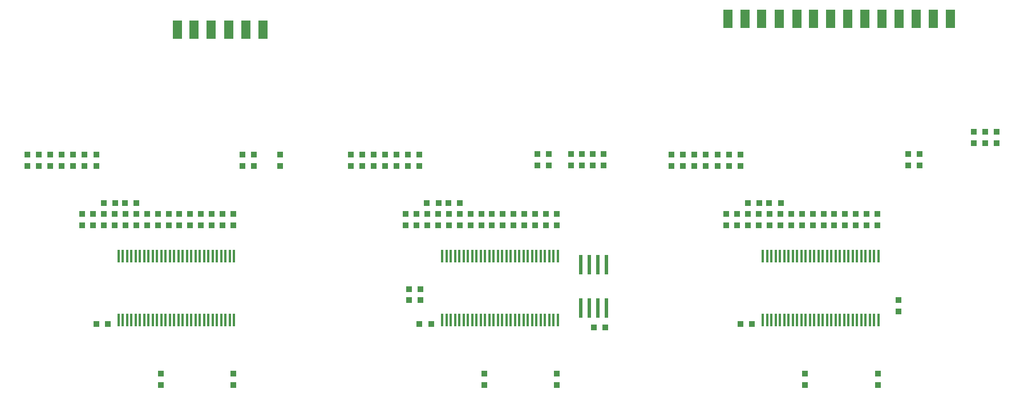
<source format=gbr>
G04 DipTrace 4.1.2.0*
G04 2_Layer_Bottom_PMask.gbr*
%MOIN*%
G04 #@! TF.FileFunction,Paste,Bot*
G04 #@! TF.Part,Single*
%AMOUTLINE2*
4,1,28,
-0.012273,0.017716,
0.012272,0.017717,
0.013263,0.017587,
0.014066,0.017254,
0.014755,0.016725,
0.015284,0.016035,
0.015617,0.015232,
0.015747,0.014242,
0.015749,-0.01424,
0.015618,-0.015231,
0.015286,-0.016034,
0.014757,-0.016724,
0.014067,-0.017253,
0.013264,-0.017586,
0.012273,-0.017716,
-0.012272,-0.017717,
-0.013263,-0.017587,
-0.014066,-0.017254,
-0.014755,-0.016725,
-0.015284,-0.016035,
-0.015617,-0.015232,
-0.015747,-0.014242,
-0.015749,0.01424,
-0.015618,0.015231,
-0.015286,0.016034,
-0.014757,0.016724,
-0.014067,0.017253,
-0.013264,0.017586,
-0.012273,0.017716,
0*%
%AMOUTLINE5*
4,1,28,
0.017716,0.012273,
0.017717,-0.012272,
0.017587,-0.013263,
0.017254,-0.014066,
0.016725,-0.014755,
0.016035,-0.015284,
0.015232,-0.015617,
0.014242,-0.015747,
-0.01424,-0.015749,
-0.015231,-0.015618,
-0.016034,-0.015286,
-0.016724,-0.014757,
-0.017253,-0.014067,
-0.017586,-0.013264,
-0.017716,-0.012273,
-0.017717,0.012272,
-0.017587,0.013263,
-0.017254,0.014066,
-0.016725,0.014755,
-0.016035,0.015284,
-0.015232,0.015617,
-0.014242,0.015747,
0.01424,0.015749,
0.015231,0.015618,
0.016034,0.015286,
0.016724,0.014757,
0.017253,0.014067,
0.017586,0.013264,
0.017716,0.012273,
0*%
%AMOUTLINE8*
4,1,28,
-0.017716,-0.012274,
-0.017717,0.012271,
-0.017587,0.013262,
-0.017254,0.014065,
-0.016725,0.014755,
-0.016036,0.015284,
-0.015233,0.015617,
-0.014242,0.015747,
0.01424,0.015749,
0.015231,0.015619,
0.016034,0.015286,
0.016723,0.014757,
0.017253,0.014067,
0.017585,0.013264,
0.017716,0.012274,
0.017717,-0.012271,
0.017587,-0.013262,
0.017254,-0.014065,
0.016725,-0.014755,
0.016036,-0.015284,
0.015233,-0.015617,
0.014242,-0.015747,
-0.01424,-0.015749,
-0.015231,-0.015619,
-0.016034,-0.015286,
-0.016723,-0.014757,
-0.017253,-0.014067,
-0.017585,-0.013264,
-0.017716,-0.012274,
0*%
%AMOUTLINE29*
4,1,28,
0.003809,-0.035433,
-0.003807,-0.035433,
-0.004441,-0.03535,
-0.004912,-0.035155,
-0.005316,-0.034845,
-0.005626,-0.03444,
-0.005821,-0.03397,
-0.005905,-0.033336,
-0.005906,0.033335,
-0.005823,0.03397,
-0.005628,0.03444,
-0.005318,0.034844,
-0.004914,0.035155,
-0.004443,0.035349,
-0.003809,0.035433,
0.003807,0.035433,
0.004441,0.03535,
0.004912,0.035155,
0.005316,0.034845,
0.005626,0.03444,
0.005821,0.03397,
0.005905,0.033336,
0.005906,-0.033335,
0.005823,-0.03397,
0.005628,-0.03444,
0.005318,-0.034844,
0.004914,-0.035155,
0.004443,-0.035349,
0.003809,-0.035433,
0*%
%ADD64R,0.019685X0.114173*%
%ADD71R,0.055118X0.110236*%
%ADD104OUTLINE2*%
%ADD107OUTLINE5*%
%ADD110OUTLINE8*%
%ADD131OUTLINE29*%
%FSLAX26Y26*%
G04*
G70*
G90*
G75*
G01*
G04 BotPaste*
%LPD*%
D104*
X4598425Y2757874D3*
X4531496D3*
X4472441D3*
X4405512D3*
X2724409D3*
X2657480D3*
X2598425D3*
X2531496D3*
X834646D3*
X767717D3*
X708661D3*
X641732D3*
D107*
X5163386Y2627953D3*
Y2694882D3*
X5100394Y2627953D3*
Y2694882D3*
X4911417Y2627953D3*
Y2694882D3*
X4848425Y2627953D3*
Y2694882D3*
X4785433Y2627953D3*
Y2694882D3*
X4722441Y2627953D3*
Y2694882D3*
X4659449Y2627953D3*
Y2694882D3*
X3289370Y2627953D3*
Y2694882D3*
X3226378Y2627953D3*
Y2694882D3*
X3037402Y2627953D3*
Y2694882D3*
X2974409Y2627953D3*
Y2694882D3*
X2911417Y2627953D3*
Y2694882D3*
X2848425Y2627953D3*
Y2694882D3*
X2785433Y2627953D3*
Y2694882D3*
X1399606Y2627953D3*
Y2694882D3*
X1336614Y2627953D3*
Y2694882D3*
X1147638Y2627953D3*
Y2694882D3*
X1084646Y2627953D3*
Y2694882D3*
X1021654Y2627953D3*
Y2694882D3*
X958661Y2627953D3*
Y2694882D3*
X895669Y2627953D3*
Y2694882D3*
D104*
X4429134Y2051181D3*
X4362205D3*
X2555118D3*
X2488189D3*
X665354D3*
X598425D3*
X3574803Y2031496D3*
X3507874D3*
D107*
X5165355Y1696850D3*
X5165353Y1763780D3*
X4740157Y1696850D3*
Y1763780D3*
X3291339Y1696850D3*
X3291338Y1763780D3*
X2866142Y1696850D3*
Y1763780D3*
X1401576Y1696850D3*
X1401574Y1763780D3*
X976378Y1696850D3*
Y1763780D3*
D71*
X5591339Y3834646D3*
X5491339D3*
X5391339D3*
X5291339D3*
X5191339D3*
X5091339D3*
X4991339D3*
X4891339D3*
X4791339D3*
X4692913D3*
X4590551D3*
X4488189D3*
X4389764D3*
X4291339D3*
X1572441Y3771654D3*
X1474016D3*
X1371654D3*
X1269291D3*
X1170866D3*
X1072441D3*
D107*
X3562992Y2980315D3*
X3562990Y3047244D3*
X3500000Y2980315D3*
X3499998Y3047244D3*
X3437007Y2980315D3*
X3437006Y3047244D3*
X3374015Y2980315D3*
X3374014Y3047244D3*
X3244094Y2980315D3*
X3244092Y3047244D3*
X3177165Y2980315D3*
X3177163Y3047244D3*
X4362204Y2976378D3*
X4362203Y3043307D3*
X4295275Y2976378D3*
X4295273Y3043307D3*
X4228346Y2976378D3*
X4228344Y3043307D3*
X4161417Y2976378D3*
X4161415Y3043307D3*
X4094488Y2976378D3*
X4094486Y3043307D3*
X4027559Y2976378D3*
X4027557Y3043307D3*
X3960629Y2976378D3*
X3960628Y3043307D3*
X2488189Y2976378D3*
X2488187Y3043307D3*
X2421259Y2976378D3*
X2421258Y3043307D3*
X2354330Y2976378D3*
X2354329Y3043307D3*
X2287401Y2976378D3*
X2287399Y3043307D3*
X2220472Y2976378D3*
X2220470Y3043307D3*
X2153543Y2976378D3*
X2153541Y3043307D3*
X2086614Y2976378D3*
X2086612Y3043307D3*
X1673228Y2976378D3*
X1673226Y3043307D3*
X1519685Y2976378D3*
X1519683Y3043307D3*
X1452755Y2976378D3*
X1452754Y3043307D3*
X598425Y2976378D3*
X598423Y3043307D3*
X531496Y2976378D3*
X531494Y3043307D3*
X464566Y2976378D3*
X464565Y3043307D3*
X397637Y2976378D3*
X397636Y3043307D3*
X330708Y2976378D3*
X330706Y3043307D3*
X263779Y2976378D3*
X263777Y3043307D3*
X196850Y2976378D3*
X196848Y3043307D3*
X5037402Y2627953D3*
Y2694882D3*
X4974409Y2627953D3*
Y2694882D3*
X4596457Y2627953D3*
Y2694882D3*
X4533465Y2627953D3*
Y2694882D3*
X4470472Y2627953D3*
Y2694882D3*
X4407480Y2627953D3*
Y2694882D3*
X4344488Y2627953D3*
Y2694882D3*
X4281496Y2627953D3*
Y2694882D3*
X3163386Y2627953D3*
Y2694882D3*
X3100394Y2627953D3*
Y2694882D3*
X2722441Y2627953D3*
Y2694882D3*
X2659449Y2627953D3*
Y2694882D3*
X2596457Y2627953D3*
Y2694882D3*
X2533465Y2627953D3*
Y2694882D3*
X2470472Y2627953D3*
Y2694882D3*
X2407480Y2627953D3*
Y2694882D3*
X1273622Y2627953D3*
Y2694882D3*
X1210630Y2627953D3*
Y2694882D3*
X832677Y2627953D3*
Y2694882D3*
X769685Y2627953D3*
Y2694882D3*
X706693Y2627953D3*
Y2694882D3*
X643701Y2627953D3*
Y2694882D3*
X580709Y2627953D3*
Y2694882D3*
X517717Y2627953D3*
Y2694882D3*
X5409449Y2978346D3*
X5409447Y3045276D3*
X5344488Y2978346D3*
X5344486Y3045276D3*
D104*
X2494094Y2255906D3*
X2427165D3*
X2494094Y2192913D3*
X2427165D3*
D107*
X5287401Y2125984D3*
X5287399Y2192913D3*
D110*
X5726377Y3177165D3*
X5726379Y3110236D3*
X5793306Y3177165D3*
X5793308Y3110236D3*
X5860236Y3177165D3*
X5860237Y3110236D3*
D131*
X729921Y2448818D3*
X779921Y2448819D3*
X804921Y2448820D3*
X829921Y2448821D3*
X854921D3*
X879921Y2448822D3*
X904921D3*
X929921Y2448823D3*
X954921D3*
X979921Y2448824D3*
X1004921D3*
X1029921Y2448825D3*
X1054921Y2448826D3*
X1079921D3*
X1129921Y2448827D3*
X1154921Y2448828D3*
X1179921D3*
X754921Y2448819D3*
X1204921Y2448829D3*
X1229921D3*
X1254921Y2448830D3*
X1279921Y2448831D3*
X1304921D3*
X1329921Y2448832D3*
X1354921D3*
X1379921Y2448833D3*
X1404921D3*
X1104921Y2448827D3*
X729929Y2074803D3*
X754929D3*
X779929Y2074804D3*
X804929D3*
X829929Y2074805D3*
X854929D3*
X879929Y2074806D3*
X904929D3*
X929929Y2074807D3*
X954929Y2074808D3*
X979929D3*
X1004929Y2074809D3*
X1029929D3*
X1054929Y2074810D3*
X1079929D3*
X1129929Y2074811D3*
X1154929Y2074812D3*
X1179929Y2074813D3*
X1204929D3*
X1229929Y2074814D3*
X1254929D3*
X1279929Y2074815D3*
X1304929D3*
X1329929Y2074816D3*
X1354929D3*
X1379929Y2074817D3*
X1404929Y2074818D3*
X1104929Y2074811D3*
X2619978Y2448818D3*
X2669978Y2448819D3*
X2694978Y2448820D3*
X2719978Y2448821D3*
X2744978D3*
X2769978Y2448822D3*
X2794978D3*
X2819978Y2448823D3*
X2844978D3*
X2869978Y2448824D3*
X2894978D3*
X2919978Y2448825D3*
X2944978Y2448826D3*
X2969978D3*
X3019978Y2448827D3*
X3044978Y2448828D3*
X3069978D3*
X2644978Y2448819D3*
X3094978Y2448829D3*
X3119978D3*
X3144978Y2448830D3*
X3169978Y2448831D3*
X3194978D3*
X3219978Y2448832D3*
X3244978D3*
X3269978Y2448833D3*
X3294978D3*
X2994978Y2448827D3*
X2619986Y2074803D3*
X2644986D3*
X2669986Y2074804D3*
X2694986D3*
X2719986Y2074805D3*
X2744986D3*
X2769986Y2074806D3*
X2794986D3*
X2819986Y2074807D3*
X2844986Y2074808D3*
X2869986D3*
X2894986Y2074809D3*
X2919986D3*
X2944986Y2074810D3*
X2969986D3*
X3019986Y2074811D3*
X3044986Y2074812D3*
X3069986Y2074813D3*
X3094986D3*
X3119986Y2074814D3*
X3144986D3*
X3169986Y2074815D3*
X3194986D3*
X3219986Y2074816D3*
X3244986D3*
X3269986Y2074817D3*
X3294986Y2074818D3*
X2994986Y2074811D3*
X4493993Y2448812D3*
X4543993Y2448813D3*
X4568993D3*
X4593993Y2448814D3*
X4618993Y2448815D3*
X4643993D3*
X4668993Y2448816D3*
X4693993D3*
X4718993Y2448817D3*
X4743993D3*
X4768993Y2448818D3*
X4793993D3*
X4818993Y2448819D3*
X4843993Y2448820D3*
X4893993Y2448821D3*
X4918993D3*
X4943993Y2448822D3*
X4518993Y2448812D3*
X4968993Y2448822D3*
X4993993Y2448823D3*
X5018993D3*
X5043993Y2448824D3*
X5068993D3*
X5093993Y2448825D3*
X5118993Y2448826D3*
X5143993D3*
X5168993Y2448827D3*
X4868993Y2448820D3*
X4494001Y2074796D3*
X4519001Y2074797D3*
X4544001D3*
X4569001Y2074798D3*
X4594001D3*
X4619001Y2074799D3*
X4644001D3*
X4669001Y2074800D3*
X4694001D3*
X4719001Y2074801D3*
X4744001Y2074802D3*
X4769001D3*
X4794001Y2074803D3*
X4819001D3*
X4844001Y2074804D3*
X4894001Y2074805D3*
X4919001D3*
X4944001Y2074806D3*
X4969001Y2074807D3*
X4994001D3*
X5019001Y2074808D3*
X5044001D3*
X5069001Y2074809D3*
X5094001D3*
X5119001Y2074810D3*
X5144001D3*
X5169001Y2074811D3*
X4869001Y2074804D3*
D64*
X3578740Y2145669D3*
X3528740D3*
X3478740D3*
X3428740D3*
Y2397638D3*
X3478740D3*
X3528740D3*
X3578740D3*
M02*

</source>
